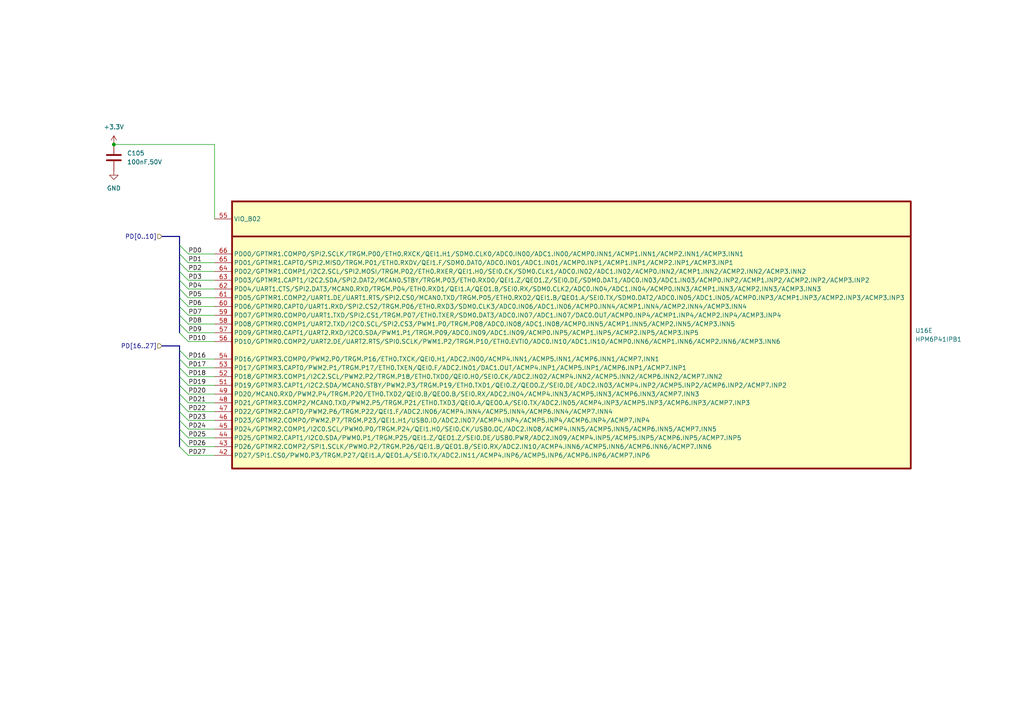
<source format=kicad_sch>
(kicad_sch (version 20250114) (generator "eeschema") (generator_version "9.0")
  (paper "A4")
  (title_block (title "HPM6P41_BuckBoost") (date "2025-05-05") (rev "4") (company "Author: Alipay"))
  (lib_symbols
    (symbol "Device:C" (pin_numbers (hide yes)) (pin_names (offset 0.254))
      (property "Reference" "C" (at 0.635 2.54 0))
      (property "Value" "C" (at 0.635 -2.54 0))
      (symbol "C_0_1"
        (polyline (pts (xy -2.032 0.762) (xy 2.032 0.762)) (stroke (width 0.508)))
        (polyline (pts (xy -2.032 -0.762) (xy 2.032 -0.762)) (stroke (width 0.508)))
      )
      (symbol "C_1_1"
        (pin passive line (at 0 3.81 270) (length 2.794) (name "~") (number "1"))
        (pin passive line (at 0 -3.81 90) (length 2.794) (name "~") (number "2"))
      )
    )
    (symbol "HPM6P00_Library:HPM6P41IPB1"
      (property "Reference" "U" (at 1.27 1.27 0))
      (property "Value" "HPM6P41IPB1" (at 10.16 1.27 0))
      (symbol "HPM6P41IPB1_1_1"
        (rectangle (start 0 0) (end 35.56 -66.04) (stroke (width 0.508)) (fill (type background)))
        (polyline (pts (xy 0 -41.275) (xy 35.56 -41.275)) (stroke (width 0.508)))
        (polyline (pts (xy 8.89 -6.35) (xy 14.605 -6.35) (xy 14.605 -10.16) (xy 13.97 -9.525) (xy 14.605 -10.16) (xy 15.24 -9.525)))
        (rectangle (start 10.16 -10.16) (end 17.78 -12.7))
        (polyline (pts (xy 15.24 -12.7) (xy 15.24 -17.78) (xy 9.525 -17.78) (xy 10.16 -17.145) (xy 9.525 -17.78) (xy 10.16 -18.415)))
        (text "DCDC_Domain" (at 10.16 -2.54 0) (effects (font (size 1.778 1.778))))
        (text "Analog_Domain" (at 11.43 -44.45 0) (effects (font (size 1.778 1.778))))
        (text "DCDC" (at 13.97 -11.43 0) (effects (font (size 1.27 1.27))))
        (pin power_in line (at -5.08 -6.35 0) (length 5.08) (name "DCDC_IN") (number "26"))
        (pin power_in line (at -5.08 -17.78 0) (length 5.08) (name "DCDC_LP") (number "27"))
        (pin power_in line (at -5.08 -24.13 0) (length 5.08) (name "DCDC_SNS") (number "31"))
        (pin power_in line (at -5.08 -31.75 0) (length 5.08) (name "DCDC_GND") (number "28"))
        (pin power_in line (at -5.08 -48.26 0) (length 5.08) (name "VANA") (number "41"))
        (pin power_in line (at -5.08 -57.15 0) (length 5.08) (name "VSSA") (number "39"))
        (pin power_out line (at 17.78 -71.12 90) (length 5.08) (name "PAD") (number "101"))
        (pin power_out line (at 40.64 -6.35 180) (length 5.08) (name "VDD_SOC") (number "5"))
        (pin power_out line (at 40.64 -10.16 180) (length 5.08) (name "VDD_SOC") (number "11"))
        (pin power_out line (at 40.64 -13.97 180) (length 5.08) (name "VDD_SOC") (number "50"))
        (pin power_out line (at 40.64 -17.78 180) (length 5.08) (name "VDD_SOC") (number "68"))
        (pin power_out line (at 40.64 -21.59 180) (length 5.08) (name "VDD_SOC") (number "72"))
        (pin power_out line (at 40.64 -25.4 180) (length 5.08) (name "VDD_SOC") (number "84"))
        (pin power_in line (at 40.64 -48.26 180) (length 5.08) (name "VREFH") (number "40"))
        (pin power_in line (at 40.64 -57.15 180) (length 5.08) (name "VREFL") (number "38"))
      )
      (symbol "HPM6P41IPB1_2_0"
        (polyline (pts (xy 7.62 -6.35) (xy 43.18 -6.35) (xy 42.164 -5.842) (xy 43.18 -6.35) (xy 42.164 -6.858)))
        (polyline (pts (xy 7.62 -11.43) (xy 43.18 -11.43) (xy 42.164 -10.922) (xy 43.18 -11.43) (xy 42.164 -11.938)))
        (polyline (pts (xy 50.8 -6.35) (xy 90.17 -6.35) (xy 89.154 -5.842) (xy 90.17 -6.35) (xy 89.154 -6.858)))
        (polyline (pts (xy 50.8 -11.43) (xy 91.44 -11.43) (xy 90.424 -10.922) (xy 91.44 -11.43) (xy 90.424 -11.938)))
      )
      (symbol "HPM6P41IPB1_2_1"
        (rectangle (start 0 0) (end 100.33 -33.02) (stroke (width 0.508)) (fill (type background)))
        (polyline (pts (xy 0 -16.51) (xy 100.33 -16.51)) (stroke (width 0.508)))
        (polyline (pts (xy 7.62 -6.35) (xy 7.62 -11.43)))
        (rectangle (start 44.45 -5.08) (end 49.53 -7.62))
        (rectangle (start 44.45 -10.16) (end 49.53 -12.7))
        (text "LDO" (at 46.99 -6.35 0) (effects (font (size 1.27 1.27))))
        (text "LDO" (at 46.99 -11.43 0) (effects (font (size 1.27 1.27))))
        (pin power_in line (at -5.08 -7.62 0) (length 5.08) (name "VPMC") (number "32"))
        (pin bidirectional line (at -5.08 -21.59 0) (length 5.08) (name "PY00/GPTMR3.COMP0/PWM2.P0/TRGM.P16/PGPIO.Y00/PURT.TXD/PTMR.COMP0") (number "33"))
        (pin bidirectional line (at -5.08 -24.13 0) (length 5.08) (name "PY01/GPTMR3.CAPT0/PWM2.P1/TRGM.P17/PGPIO.Y01/PURT.RXD/PTMR.COMP1") (number "34"))
        (pin bidirectional line (at -5.08 -26.67 0) (length 5.08) (name "PY02/GPTMR3.COMP1/I2C2.SCL/PWM2.P2/TRGM.P18/PGPIO.Y02/PURT.RTS/PTMR.COMP2") (number "35"))
        (pin bidirectional line (at -5.08 -29.21 0) (length 5.08) (name "PY03/GPTMR3.CAPT1/I2C2.SDA/MCAN0.STBY/PWM2.P3/TRGM.P19/PGPIO.Y03/PURT.CTS/PTMR.COMP3") (number "36"))
        (pin power_out line (at 105.41 -6.35 180) (length 5.08) (name "VPMCCAP") (number "37"))
        (pin power_out line (at 105.41 -11.43 180) (length 5.08) (name "OTPCAP") (number "17"))
      )
      (symbol "HPM6P41IPB1_3_1"
        (rectangle (start 0 0) (end 147.32 -67.31) (stroke (width 0.508)) (fill (type background)))
        (polyline (pts (xy 0 -10.16) (xy 147.32 -10.16)) (stroke (width 0.5)))
        (pin power_in line (at -5.08 -3.81 0) (length 5.08) (name "VIO_B00") (number "10"))
        (pin power_in line (at -5.08 -6.35 0) (length 5.08) (name "VIO_B00") (number "16"))
        (pin bidirectional line (at -5.08 -15.24 0) (length 5.08) (name "PA00/GPTMR1.COMP0/UART0.TXD/PWM0.P0/TRGM.P00/RDC0.PWM_N/QEO1.A/SEI1.TX/SYSCTL.CLK_OBS0/ETH0.EVTI0") (number "25"))
        (pin input line (at -5.08 -17.78 0) (length 5.08) (name "PA01/GPTMR1.CAPT0/UART0.RXD/PWM0.P1/TRGM.P01/RDC0.PWM_P/QEO1.B/SEI1.RX/SYSCTL.CLK_OBS1/ETH0.EVTO0") (number "24"))
        (pin bidirectional line (at -5.08 -20.32 0) (length 5.08) (name "PA02/GPTMR1.COMP1/UART0.DE/UART0.RTS/I2C2.SCL/PWM0.P2/TRGM.P02/QEI0.H1/QEO1.Z/SEI1.DE/SYSCTL.CLK_OBS2/ETH0.EVTI1") (number "23"))
        (pin bidirectional line (at -5.08 -22.86 0) (length 5.08) (name "PA03/GPTMR1.CAPT1/UART0.CTS/I2C2.SDA/SPI0.CS3/MCAN0.STBY/PWM0.P3/TRGM.P03/QEI0.F/SEI1.CK/SYSCTL.CLK_OBS3/ETH0.EVTO1") (number "22"))
        (pin bidirectional line (at -5.08 -25.4 0) (length 5.08) (name "PA04/UART1.CTS/SPI1.SCLK/MCAN0.RXD/PWM0.P4/TRGM.P04/QEI0.H0/SEI0.CK/JTAG.TDO") (number "15"))
        (pin bidirectional line (at -5.08 -27.94 0) (length 5.08) (name "PA05/GPTMR1.COMP2/UART1.DE/UART1.RTS/SPI1.CS0/MCAN0.TXD/PWM0.P5/TRGM.P05/ETH0.RXCK/QEI0.Z/QEO0.Z/SEI0.DE/JTAG.TDI") (number "14"))
        (pin bidirectional line (at -5.08 -30.48 0) (length 5.08) (name "PA06/GPTMR0.CAPT0/UART1.RXD/SPI1.MISO/PWM0.P6/TRGM.P06/ETH0.RXDV/QEI0.B/QEO0.B/SEI0.RX/JTAG.TCK") (number "13"))
        (pin bidirectional line (at -5.08 -33.02 0) (length 5.08) (name "PA07/GPTMR0.COMP0/UART1.TXD/SPI1.MOSI/PWM0.P7/TRGM.P07/ETH0.RXER/QEI0.A/QEO0.A/SEI0.TX/JTAG.TMS") (number "12"))
        (pin bidirectional line (at -5.08 -35.56 0) (length 5.08) (name "PA08/GPTMR0.COMP1/UART2.TXD/I2C0.SCL/SPI0.CS2/PWM1.P0/TRGM.P08/ETH0.RXD0/RDC0.PWM_N/QEO0.B/SEI1.TX/SDM0.CLK0/JTAG.TRST") (number "9"))
        (pin bidirectional line (at -5.08 -38.1 0) (length 5.08) (name "PA09/GPTMR0.CAPT1/UART2.RXD/I2C0.SDA/SPI0.CS1/XPI0.CA_DQS/PWM1.P1/TRGM.P09/ETH0.RXD1/RDC0.PWM_P/QEO0.A/SEI1.RX/SDM0.DAT0") (number "8"))
        (pin bidirectional line (at -5.08 -40.64 0) (length 5.08) (name "PA10/GPTMR0.COMP2/UART2.DE/UART2.RTS/SPI0.SCLK/XPI0.CA_CS0/PWM1.P2/TRGM.P10/ETH0.RXD2/QEI1.F/QEO0.Z/SEI1.DE/SDM0.CLK1/CPU0.NMI") (number "7"))
        (pin bidirectional line (at -5.08 -43.18 0) (length 5.08) (name "PA11/UART2.CTS/SPI0.CS0/XPI0.CA_CS1/PWM1.P3/TRGM.P11/ETH0.RXD3/QEI1.H1/SEI1.CK/SDM0.DAT1/CPU1.NMI") (number "6"))
        (pin bidirectional line (at -5.08 -45.72 0) (length 5.08) (name "PA12/UART3.CTS/I2C1.SDA/SPI0.MISO/PWM1.P4/TRGM.P12/ETH0.TXER/QEI1.H0/SEI0.CK/SDM0.CLK2") (number "4"))
        (pin bidirectional line (at -5.08 -48.26 0) (length 5.08) (name "PA13/GPTMR1.COMP3/UART3.DE/UART3.RTS/I2C1.SCL/SPI0.MOSI/MCAN1.STBY/PWM1.P5/TRGM.P13/QEI1.Z/QEO1.Z/SEI0.DE/SDM0.DAT2") (number "3"))
        (pin bidirectional line (at -5.08 -50.8 0) (length 5.08) (name "PA14/UART3.RXD/SPI0.DAT2/MCAN1.RXD/PWM1.P6/TRGM.P14/QEI1.B/QEO1.B/SEI0.RX/SDM0.CLK3/ETH0.EVTI0") (number "2"))
        (pin bidirectional line (at -5.08 -53.34 0) (length 5.08) (name "PA15/GPTMR0.COMP3/UART3.TXD/SPI0.DAT3/MCAN1.TXD/PWM1.P7/TRGM.P15/QEI1.A/QEO1.A/SEI0.TX/SDM0.DAT3/ETH0.EVTO0") (number "1"))
        (pin bidirectional line (at -5.08 -55.88 0) (length 5.08) (name "PA16/GPTMR3.COMP0/PWM2.P0/TRGM.P16/RDC0.PWM_N/QEO1.A/SEI1.TX") (number "21"))
        (pin bidirectional line (at -5.08 -58.42 0) (length 5.08) (name "PA17/GPTMR3.CAPT0/PWM2.P1/TRGM.P17/RDC0.PWM_P/QEO1.B/SEI1.RX") (number "20"))
        (pin bidirectional line (at -5.08 -60.96 0) (length 5.08) (name "PA18/GPTMR3.COMP1/I2C2.SCL/PWM2.P2/TRGM.P18/ETH0.MDC/QEI0.H1/QEO1.Z/SEI1.DE") (number "19"))
        (pin bidirectional line (at -5.08 -63.5 0) (length 5.08) (name "PA19/GPTMR3.CAPT1/I2C2.SDA/MCAN0.STBY/PWM2.P3/TRGM.P19/ETH0.MDIO/QEI0.F/SEI1.CK") (number "18"))
      )
      (symbol "HPM6P41IPB1_4_1"
        (rectangle (start 0 0) (end 185.42 -92.71) (stroke (width 0.508)) (fill (type background)))
        (polyline (pts (xy 0 -12.7) (xy 185.42 -12.7)) (stroke (width 0.5)))
        (polyline (pts (xy 0 -60.96) (xy 185.42 -60.96)) (stroke (width 0.3) (type dash)))
        (pin power_in line (at -5.08 -5.08 0) (length 5.08) (name "VIO_B01") (number "79"))
        (pin power_in line (at -5.08 -7.62 0) (length 5.08) (name "VIO_B01") (number "94"))
        (pin bidirectional line (at -5.08 -19.05 0) (length 5.08) (name "PB00/GPTMR2.COMP0/XPI0.CA_SCLK/PWM0.P0/TRGM.P31/ETH0.TXCK/RDC0.PWM_N/QEO1.A/SEI1.TX/XPI_SLV.ADQ3") (number "100"))
        (pin bidirectional line (at -5.08 -21.59 0) (length 5.08) (name "PB01/GPTMR2.CAPT0/XPI0.CA_D0/PWM0.P1/TRGM.P30/ETH0.TXEN/RDC0.PWM_P/QEO1.B/SEI1.RX/XPI_SLV.ADQ2") (number "99"))
        (pin bidirectional line (at -5.08 -24.13 0) (length 5.08) (name "PB02/GPTMR2.COMP1/I2C2.SCL/XPI0.CA_D1/PWM0.P2/TRGM.P29/ETH0.TXD0/QEI0.H1/QEO1.Z/SEI1.DE/SDM0.CLK0/XPI_SLV.ADQ1") (number "98"))
        (pin bidirectional line (at -5.08 -26.67 0) (length 5.08) (name "PB03/GPTMR2.CAPT1/I2C2.SDA/SPI0.CS3/MCAN0.STBY/XPI0.CA_D2/PWM0.P3/TRGM.P28/ETH0.TXD1/QEI0.F/SEI1.CK/SDM0.DAT0/XPI_SLV.ADQ0") (number "97"))
        (pin bidirectional line (at -5.08 -29.21 0) (length 5.08) (name "PB04/UART1.CTS/SPI0.SCLK/MCAN0.RXD/XPI0.CA_D3/PWM0.P4/TRGM.P27/ETH0.TXD2/QEI0.H0/SEI0.CK/SDM0.CLK1/CPU0.NMI/XPI_SLV.CLK") (number "96"))
        (pin bidirectional line (at -5.08 -31.75 0) (length 5.08) (name "PB05/GPTMR2.COMP2/UART1.DE/UART1.RTS/SPI1.CS0/MCAN0.TXD/PWM0.P5/TRGM.P26/ETH0.TXD3/QEI0.Z/QEO0.Z/SEI0.DE/SDM0.DAT1/CPU1.NMI/XPI_SLV.CSN") (number "95"))
        (pin bidirectional line (at -5.08 -35.56 0) (length 5.08) (name "PB12/UART3.CTS/I2C1.SDA/SPI0.MISO/XPI0.CB_DQS/PWM1.P4/TRGM.P19/ETH0.MDC/QEI1.H0/SEI0.CK/SDM0.CLK2/EWDG0.RST/XPI_SLV.ERR") (number "93"))
        (pin bidirectional line (at -5.08 -38.1 0) (length 5.08) (name "PB13/GPTMR2.COMP3/UART3.DE/UART3.RTS/I2C1.SCL/SPI0.MOSI/MCAN1.STBY/XPI0.CB_CS0/PWM1.P5/TRGM.P18/ETH0.MDIO/QEI1.Z/QEO1.Z/SEI0.DE/SDM0.DAT2/EWDG1.RST/XPI_SLV.RDY") (number "92"))
        (pin bidirectional line (at -5.08 -40.64 0) (length 5.08) (name "PB14/UART3.RXD/SPI0.DAT2/MCAN1.RXD/XPI0.CB_CS1/PWM1.P6/TRGM.P17/QEI1.B/QEO1.B/SEI0.RX/SDM0.CLK3/SOC.REF0/ETH0.EVTO2/XPI_SLV.DQS") (number "91"))
        (pin bidirectional line (at -5.08 -43.18 0) (length 5.08) (name "PB15/GPTMR0.COMP3/UART3.TXD/SPI0.DAT3/MCAN1.TXD/XPI0.CB_SCLK/PWM1.P7/TRGM.P16/QEI1.A/QEO1.A/SEI0.TX/SDM0.DAT3/SOC.REF1/ETH0.EVTO3") (number "90"))
        (pin bidirectional line (at -5.08 -45.72 0) (length 5.08) (name "PB16/GPTMR3.COMP0/XPI0.CB_D0/PWM2.P0/TRGM.P15/RDC0.PWM_N/QEO1.A/SEI1.TX/SYSCTL.CLK_OBS0/ETH0.EVTI1") (number "89"))
        (pin bidirectional line (at -5.08 -48.26 0) (length 5.08) (name "PB17/GPTMR3.CAPT0/XPI0.CB_D1/PWM2.P1/TRGM.P14/RDC0.PWM_P/QEO1.B/SEI1.RX/SYSCTL.CLK_OBS1/ETH0.EVTO1") (number "88"))
        (pin bidirectional line (at -5.08 -50.8 0) (length 5.08) (name "PB18/GPTMR3.COMP1/I2C2.SCL/XPI0.CB_D2/PWM2.P2/TRGM.P13/QEI0.H1/QEO1.Z/SEI1.DE/SYSCTL.CLK_OBS2/ETH0.EVTO2") (number "87"))
        (pin bidirectional line (at -5.08 -53.34 0) (length 5.08) (name "PB19/GPTMR3.CAPT1/I2C2.SDA/SPI2.CS3/MCAN0.STBY/XPI0.CB_D3/PWM2.P3/TRGM.P12/QEI0.F/SEI1.CK/SYSCTL.CLK_OBS3/ETH0.EVTO3") (number "86"))
        (pin bidirectional line (at -5.08 -55.88 0) (length 5.08) (name "PB20/UART0.CTS/MCAN0.RXD/PWM2.P4/TRGM.P11/QEI0.H0/SEI0.CK") (number "85"))
        (pin bidirectional line (at -5.08 -66.04 0) (length 5.08) (name "PC12/I2C1.SDA/SPI1.MISO/PWM1.P4/TRGM.P12/QEI1.H0/SEI0.CK") (number "83"))
        (pin bidirectional line (at -5.08 -68.58 0) (length 5.08) (name "PC13/GPTMR1.COMP3/I2C1.SCL/SPI1.MOSI/MCAN1.STBY/PWM1.P5/TRGM.P13/QEI1.Z/QEO1.Z/SEI0.DE/USB0.ID") (number "82"))
        (pin bidirectional line (at -5.08 -71.12 0) (length 5.08) (name "PC14/SPI1.DAT2/MCAN1.RXD/PWM1.P6/TRGM.P14/ETH0.MDC/QEI1.B/QEO1.B/SEI0.RX/USB0.OC") (number "81"))
        (pin bidirectional line (at -5.08 -73.66 0) (length 5.08) (name "PC15/GPTMR0.COMP3/SPI1.DAT3/MCAN1.TXD/PWM1.P7/TRGM.P15/ETH0.MDIO/QEI1.A/QEO1.A/SEI0.TX/USB0.PWR") (number "80"))
        (pin bidirectional line (at -5.08 -76.2 0) (length 5.08) (name "PC16/GPTMR3.COMP0/PWM2.P0/TRGM.P16/ETH0.CRS/QEI0.H1/CPU0.NMI") (number "78"))
        (pin bidirectional line (at -5.08 -78.74 0) (length 5.08) (name "PC17/GPTMR3.CAPT0/PWM2.P1/TRGM.P17/ETH0.COL/QEI0.F/CPU1.NMI") (number "77"))
        (pin bidirectional line (at -5.08 -81.28 0) (length 5.08) (name "PC18/GPTMR3.COMP1/I2C2.SCL/PWM2.P2/TRGM.P18/QEI0.H0/SEI0.CK") (number "76"))
        (pin bidirectional line (at -5.08 -83.82 0) (length 5.08) (name "PC19/GPTMR3.CAPT1/I2C2.SDA/MCAN0.STBY/PWM2.P3/TRGM.P19/QEI0.Z/QEO0.Z/SEI0.DE") (number "75"))
        (pin bidirectional line (at -5.08 -86.36 0) (length 5.08) (name "PC20/SPI2.SCLK/MCAN0.RXD/PWM2.P4/TRGM.P20/QEI0.B/QEO0.B/SEI0.RX") (number "74"))
        (pin bidirectional line (at -5.08 -88.9 0) (length 5.08) (name "PC21/GPTMR3.COMP2/SPI2.CS0/MCAN0.TXD/PWM2.P5/TRGM.P21/QEI0.A/QEO0.A/SEI0.TX") (number "73"))
      )
      (symbol "HPM6P41IPB1_5_1"
        (rectangle (start 0 0) (end 196.85 -77.47) (stroke (width 0.508)) (fill (type background)))
        (polyline (pts (xy 0 -10.16) (xy 196.85 -10.16)) (stroke (width 0.5)))
        (pin power_in line (at -5.08 -5.08 0) (length 5.08) (name "VIO_B02") (number "55"))
        (pin bidirectional line (at -5.08 -15.24 0) (length 5.08) (name "PD00/GPTMR1.COMP0/SPI2.SCLK/TRGM.P00/ETH0.RXCK/QEI1.H1/SDM0.CLK0/ADC0.IN00/ADC1.IN00/ACMP0.INN1/ACMP1.INN1/ACMP2.INN1/ACMP3.INN1") (number "66"))
        (pin bidirectional line (at -5.08 -17.78 0) (length 5.08) (name "PD01/GPTMR1.CAPT0/SPI2.MISO/TRGM.P01/ETH0.RXDV/QEI1.F/SDM0.DAT0/ADC0.IN01/ADC1.IN01/ACMP0.INP1/ACMP1.INP1/ACMP2.INP1/ACMP3.INP1") (number "65"))
        (pin bidirectional line (at -5.08 -20.32 0) (length 5.08) (name "PD02/GPTMR1.COMP1/I2C2.SCL/SPI2.MOSI/TRGM.P02/ETH0.RXER/QEI1.H0/SEI0.CK/SDM0.CLK1/ADC0.IN02/ADC1.IN02/ACMP0.INN2/ACMP1.INN2/ACMP2.INN2/ACMP3.INN2") (number "64"))
        (pin bidirectional line (at -5.08 -22.86 0) (length 5.08) (name "PD03/GPTMR1.CAPT1/I2C2.SDA/SPI2.DAT2/MCAN0.STBY/TRGM.P03/ETH0.RXD0/QEI1.Z/QEO1.Z/SEI0.DE/SDM0.DAT1/ADC0.IN03/ADC1.IN03/ACMP0.INP2/ACMP1.INP2/ACMP2.INP2/ACMP3.INP2") (number "63"))
        (pin bidirectional line (at -5.08 -25.4 0) (length 5.08) (name "PD04/UART1.CTS/SPI2.DAT3/MCAN0.RXD/TRGM.P04/ETH0.RXD1/QEI1.A/QEO1.B/SEI0.RX/SDM0.CLK2/ADC0.IN04/ADC1.IN04/ACMP0.INN3/ACMP1.INN3/ACMP2.INN3/ACMP3.INN3") (number "62"))
        (pin bidirectional line (at -5.08 -27.94 0) (length 5.08) (name "PD05/GPTMR1.COMP2/UART1.DE/UART1.RTS/SPI2.CS0/MCAN0.TXD/TRGM.P05/ETH0.RXD2/QEI1.B/QEO1.A/SEI0.TX/SDM0.DAT2/ADC0.IN05/ADC1.IN05/ACMP0.INP3/ACMP1.INP3/ACMP2.INP3/ACMP3.INP3") (number "61"))
        (pin bidirectional line (at -5.08 -30.48 0) (length 5.08) (name "PD06/GPTMR0.CAPT0/UART1.RXD/SPI2.CS2/TRGM.P06/ETH0.RXD3/SDM0.CLK3/ADC0.IN06/ADC1.IN06/ACMP0.INN4/ACMP1.INN4/ACMP2.INN4/ACMP3.INN4") (number "60"))
        (pin bidirectional line (at -5.08 -33.02 0) (length 5.08) (name "PD07/GPTMR0.COMP0/UART1.TXD/SPI2.CS1/TRGM.P07/ETH0.TXER/SDM0.DAT3/ADC0.IN07/ADC1.IN07/DAC0.OUT/ACMP0.INP4/ACMP1.INP4/ACMP2.INP4/ACMP3.INP4") (number "59"))
        (pin bidirectional line (at -5.08 -35.56 0) (length 5.08) (name "PD08/GPTMR0.COMP1/UART2.TXD/I2C0.SCL/SPI2.CS3/PWM1.P0/TRGM.P08/ADC0.IN08/ADC1.IN08/ACMP0.INN5/ACMP1.INN5/ACMP2.INN5/ACMP3.INN5") (number "58"))
        (pin bidirectional line (at -5.08 -38.1 0) (length 5.08) (name "PD09/GPTMR0.CAPT1/UART2.RXD/I2C0.SDA/PWM1.P1/TRGM.P09/ADC0.IN09/ADC1.IN09/ACMP0.INP5/ACMP1.INP5/ACMP2.INP5/ACMP3.INP5") (number "57"))
        (pin bidirectional line (at -5.08 -40.64 0) (length 5.08) (name "PD10/GPTMR0.COMP2/UART2.DE/UART2.RTS/SPI0.SCLK/PWM1.P2/TRGM.P10/ETH0.EVTI0/ADC0.IN10/ADC1.IN10/ACMP0.INN6/ACMP1.INN6/ACMP2.INN6/ACMP3.INN6") (number "56"))
        (pin bidirectional line (at -5.08 -45.72 0) (length 5.08) (name "PD16/GPTMR3.COMP0/PWM2.P0/TRGM.P16/ETH0.TXCK/QEI0.H1/ADC2.IN00/ACMP4.INN1/ACMP5.INN1/ACMP6.INN1/ACMP7.INN1") (number "54"))
        (pin bidirectional line (at -5.08 -48.26 0) (length 5.08) (name "PD17/GPTMR3.CAPT0/PWM2.P1/TRGM.P17/ETH0.TXEN/QEI0.F/ADC2.IN01/DAC1.OUT/ACMP4.INP1/ACMP5.INP1/ACMP6.INP1/ACMP7.INP1") (number "53"))
        (pin bidirectional line (at -5.08 -50.8 0) (length 5.08) (name "PD18/GPTMR3.COMP1/I2C2.SCL/PWM2.P2/TRGM.P18/ETH0.TXD0/QEI0.H0/SEI0.CK/ADC2.IN02/ACMP4.INN2/ACMP5.INN2/ACMP6.INN2/ACMP7.INN2") (number "52"))
        (pin bidirectional line (at -5.08 -53.34 0) (length 5.08) (name "PD19/GPTMR3.CAPT1/I2C2.SDA/MCAN0.STBY/PWM2.P3/TRGM.P19/ETH0.TXD1/QEI0.Z/QEO0.Z/SEI0.DE/ADC2.IN03/ACMP4.INP2/ACMP5.INP2/ACMP6.INP2/ACMP7.INP2") (number "51"))
        (pin bidirectional line (at -5.08 -55.88 0) (length 5.08) (name "PD20/MCAN0.RXD/PWM2.P4/TRGM.P20/ETH0.TXD2/QEI0.B/QEO0.B/SEI0.RX/ADC2.IN04/ACMP4.INN3/ACMP5.INN3/ACMP6.INN3/ACMP7.INN3") (number "49"))
        (pin bidirectional line (at -5.08 -58.42 0) (length 5.08) (name "PD21/GPTMR3.COMP2/MCAN0.TXD/PWM2.P5/TRGM.P21/ETH0.TXD3/QEI0.A/QEO0.A/SEI0.TX/ADC2.IN05/ACMP4.INP3/ACMP5.INP3/ACMP6.INP3/ACMP7.INP3") (number "48"))
        (pin bidirectional line (at -5.08 -60.96 0) (length 5.08) (name "PD22/GPTMR2.CAPT0/PWM2.P6/TRGM.P22/QEI1.F/ADC2.IN06/ACMP4.INN4/ACMP5.INN4/ACMP6.INN4/ACMP7.INN4") (number "47"))
        (pin bidirectional line (at -5.08 -63.5 0) (length 5.08) (name "PD23/GPTMR2.COMP0/PWM2.P7/TRGM.P23/QEI1.H1/USB0.ID/ADC2.IN07/ACMP4.INP4/ACMP5.INP4/ACMP6.INP4/ACMP7.INP4") (number "46"))
        (pin bidirectional line (at -5.08 -66.04 0) (length 5.08) (name "PD24/GPTMR2.COMP1/I2C0.SCL/PWM0.P0/TRGM.P24/QEI1.H0/SEI0.CK/USB0.OC/ADC2.IN08/ACMP4.INN5/ACMP5.INN5/ACMP6.INN5/ACMP7.INN5") (number "45"))
        (pin bidirectional line (at -5.08 -68.58 0) (length 5.08) (name "PD25/GPTMR2.CAPT1/I2C0.SDA/PWM0.P1/TRGM.P25/QEI1.Z/QEO1.Z/SEI0.DE/USB0.PWR/ADC2.IN09/ACMP4.INP5/ACMP5.INP5/ACMP6.INP5/ACMP7.INP5") (number "44"))
        (pin bidirectional line (at -5.08 -71.12 0) (length 5.08) (name "PD26/GPTMR2.COMP2/SPI1.SCLK/PWM0.P2/TRGM.P26/QEI1.B/QEO1.B/SEI0.RX/ADC2.IN10/ACMP4.INN6/ACMP5.INN6/ACMP6.INN6/ACMP7.INN6") (number "43"))
        (pin bidirectional line (at -5.08 -73.66 0) (length 5.08) (name "PD27/SPI1.CS0/PWM0.P3/TRGM.P27/QEI1.A/QEO1.A/SEI0.TX/ADC2.IN11/ACMP4.INP6/ACMP5.INP6/ACMP6.INP6/ACMP7.INP6") (number "42"))
      )
      (symbol "HPM6P41IPB1_6_1"
        (rectangle (start 0 0) (end 35.56 -33.02) (stroke (width 0.508)) (fill (type background)))
        (polyline (pts (xy 0 -16.51) (xy 35.56 -16.51)) (stroke (width 0.5)))
        (pin input line (at -5.08 -5.08 0) (length 5.08) (name "XTALI") (number "71"))
        (pin output line (at -5.08 -11.43 0) (length 5.08) (name "XTALO") (number "70"))
        (pin power_in line (at -5.08 -21.59 0) (length 5.08) (name "VBUS") (number "69"))
        (pin power_in line (at -5.08 -26.67 0) (length 5.08) (name "VPLLVUSB") (number "67"))
        (pin input line (at 40.64 -5.08 180) (length 5.08) (name "RESET") (number "29"))
        (pin input line (at 40.64 -11.43 180) (length 5.08) (name "WAKEUP") (number "30"))
      )
    )
    (symbol "power:+3.3V" (power) (pin_numbers (hide yes)) (pin_names (offset 0) (hide yes))
      (property "Value" "+3.3V" (at 0 3.556 0))
      (symbol "+3.3V_0_1"
        (polyline (pts (xy -0.762 1.27) (xy 0 2.54)))
        (polyline (pts (xy 0 2.54) (xy 0.762 1.27)))
        (polyline (pts (xy 0 0) (xy 0 2.54)))
      )
      (symbol "+3.3V_1_1"
        (pin power_in line (at 0 0 90) (length 0) (name "~") (number "1"))
      )
    )
    (symbol "power:GND" (power) (pin_numbers (hide yes)) (pin_names (offset 0) (hide yes))
      (property "Value" "GND" (at 0 -3.81 0))
      (symbol "GND_0_1"
        (polyline (pts (xy 0 0) (xy 0 -1.27) (xy 1.27 -1.27) (xy 0 -2.54) (xy -1.27 -1.27) (xy 0 -1.27)))
      )
      (symbol "GND_1_1"
        (pin power_in line (at 0 0 270) (length 0) (name "~") (number "1"))
      )
    )
  )
  (junction (at 33.02 41.91))
  (bus_entry (at 52.07 88.9) (size 2.54 2.54))
  (bus_entry (at 52.07 121.92) (size 2.54 2.54))
  (bus_entry (at 52.07 129.54) (size 2.54 2.54))
  (bus_entry (at 52.07 78.74) (size 2.54 2.54))
  (bus_entry (at 52.07 91.44) (size 2.54 2.54))
  (bus_entry (at 52.07 101.6) (size 2.54 2.54))
  (bus_entry (at 52.07 93.98) (size 2.54 2.54))
  (bus_entry (at 52.07 111.76) (size 2.54 2.54))
  (bus_entry (at 52.07 96.52) (size 2.54 2.54))
  (bus_entry (at 52.07 109.22) (size 2.54 2.54))
  (bus_entry (at 52.07 81.28) (size 2.54 2.54))
  (bus_entry (at 52.07 119.38) (size 2.54 2.54))
  (bus_entry (at 52.07 127) (size 2.54 2.54))
  (bus_entry (at 52.07 76.2) (size 2.54 2.54))
  (bus_entry (at 52.07 124.46) (size 2.54 2.54))
  (bus_entry (at 52.07 104.14) (size 2.54 2.54))
  (bus_entry (at 52.07 83.82) (size 2.54 2.54))
  (bus_entry (at 52.07 106.68) (size 2.54 2.54))
  (bus_entry (at 52.07 86.36) (size 2.54 2.54))
  (bus_entry (at 52.07 114.3) (size 2.54 2.54))
  (bus_entry (at 52.07 116.84) (size 2.54 2.54))
  (bus_entry (at 52.07 71.12) (size 2.54 2.54))
  (bus_entry (at 52.07 73.66) (size 2.54 2.54))
  (bus (pts (xy 52.07 121.92) (xy 52.07 124.46)))
  (wire (pts (xy 33.02 41.91) (xy 62.23 41.91)))
  (bus (pts (xy 52.07 76.2) (xy 52.07 78.74)))
  (bus (pts (xy 52.07 104.14) (xy 52.07 106.68)))
  (wire (pts (xy 62.23 41.91) (xy 62.23 63.5)))
  (wire (pts (xy 54.61 109.22) (xy 62.23 109.22)))
  (wire (pts (xy 54.61 129.54) (xy 62.23 129.54)))
  (bus (pts (xy 52.07 109.22) (xy 52.07 111.76)))
  (bus (pts (xy 52.07 114.3) (xy 52.07 116.84)))
  (wire (pts (xy 54.61 127) (xy 62.23 127)))
  (bus (pts (xy 52.07 106.68) (xy 52.07 109.22)))
  (bus (pts (xy 52.07 86.36) (xy 52.07 88.9)))
  (wire (pts (xy 54.61 91.44) (xy 62.23 91.44)))
  (bus (pts (xy 52.07 116.84) (xy 52.07 119.38)))
  (wire (pts (xy 54.61 99.06) (xy 62.23 99.06)))
  (wire (pts (xy 54.61 81.28) (xy 62.23 81.28)))
  (bus (pts (xy 52.07 83.82) (xy 52.07 86.36)))
  (wire (pts (xy 54.61 119.38) (xy 62.23 119.38)))
  (wire (pts (xy 54.61 73.66) (xy 62.23 73.66)))
  (bus (pts (xy 52.07 101.6) (xy 52.07 104.14)))
  (wire (pts (xy 54.61 104.14) (xy 62.23 104.14)))
  (bus (pts (xy 52.07 73.66) (xy 52.07 76.2)))
  (wire (pts (xy 54.61 96.52) (xy 62.23 96.52)))
  (wire (pts (xy 54.61 88.9) (xy 62.23 88.9)))
  (bus (pts (xy 52.07 88.9) (xy 52.07 91.44)))
  (bus (pts (xy 52.07 71.12) (xy 52.07 73.66)))
  (bus (pts (xy 46.99 68.58) (xy 52.07 68.58)))
  (wire (pts (xy 54.61 106.68) (xy 62.23 106.68)))
  (bus (pts (xy 52.07 78.74) (xy 52.07 81.28)))
  (wire (pts (xy 54.61 83.82) (xy 62.23 83.82)))
  (wire (pts (xy 54.61 78.74) (xy 62.23 78.74)))
  (bus (pts (xy 52.07 100.33) (xy 52.07 101.6)))
  (bus (pts (xy 52.07 127) (xy 52.07 129.54)))
  (wire (pts (xy 54.61 132.08) (xy 62.23 132.08)))
  (wire (pts (xy 54.61 93.98) (xy 62.23 93.98)))
  (bus (pts (xy 52.07 124.46) (xy 52.07 127)))
  (bus (pts (xy 52.07 111.76) (xy 52.07 114.3)))
  (bus (pts (xy 46.99 100.33) (xy 52.07 100.33)))
  (wire (pts (xy 54.61 124.46) (xy 62.23 124.46)))
  (wire (pts (xy 54.61 121.92) (xy 62.23 121.92)))
  (bus (pts (xy 52.07 68.58) (xy 52.07 71.12)))
  (bus (pts (xy 52.07 81.28) (xy 52.07 83.82)))
  (wire (pts (xy 54.61 86.36) (xy 62.23 86.36)))
  (wire (pts (xy 54.61 76.2) (xy 62.23 76.2)))
  (bus (pts (xy 52.07 91.44) (xy 52.07 93.98)))
  (bus (pts (xy 52.07 93.98) (xy 52.07 96.52)))
  (wire (pts (xy 54.61 111.76) (xy 62.23 111.76)))
  (bus (pts (xy 52.07 119.38) (xy 52.07 121.92)))
  (wire (pts (xy 54.61 114.3) (xy 62.23 114.3)))
  (wire (pts (xy 54.61 116.84) (xy 62.23 116.84)))
  (label "PD9" (at 54.61 96.52 0))
  (label "PD23" (at 54.61 121.92 0))
  (label "PD3" (at 54.61 81.28 0))
  (label "PD8" (at 54.61 93.98 0))
  (label "PD24" (at 54.61 124.46 0))
  (label "PD25" (at 54.61 127 0))
  (label "PD16" (at 54.61 104.14 0))
  (label "PD4" (at 54.61 83.82 0))
  (label "PD1" (at 54.61 76.2 0))
  (label "PD21" (at 54.61 116.84 0))
  (label "PD2" (at 54.61 78.74 0))
  (label "PD17" (at 54.61 106.68 0))
  (label "PD5" (at 54.61 86.36 0))
  (label "PD20" (at 54.61 114.3 0))
  (label "PD10" (at 54.61 99.06 0))
  (label "PD7" (at 54.61 91.44 0))
  (label "PD22" (at 54.61 119.38 0))
  (label "PD0" (at 54.61 73.66 0))
  (label "PD19" (at 54.61 111.76 0))
  (label "PD6" (at 54.61 88.9 0))
  (label "PD18" (at 54.61 109.22 0))
  (label "PD27" (at 54.61 132.08 0))
  (label "PD26" (at 54.61 129.54 0))
  (hierarchical_label "PD[0..10]" (shape input) (at 46.99 68.58 180))
  (hierarchical_label "PD[16..27]" (shape input) (at 46.99 100.33 180))
  (symbol (lib_id "HPM6P00_Library:HPM6P41IPB1") (at 67.31 58.42 0) (unit 5)
    (property "Reference" "U16" (at 265.43 95.8849 0) (effects (justify left)))
    (property "Value" "HPM6P41IPB1" (at 265.43 98.4249 0) (effects (justify left)))
    (property "Footprint" "HPM_footprints:LQFP-100_14x14mm_P0.5mm_EP5.0x5.0mm" (effects (hide yes)))
    (property "Description" "eLQFP100" (effects (hide yes)))
  )
  (symbol (lib_id "power:+3.3V") (at 33.02 41.91 0) (unit 1)
    (property "Reference" "#PWR0196" (effects (hide yes)))
    (property "Value" "+3.3V" (at 33.02 36.83 0))
    (property "Description" "Power symbol creates a global label with name \"+3.3V\"" (effects (hide yes)))
  )
  (symbol (lib_id "power:GND") (at 33.02 49.53 0) (unit 1)
    (property "Reference" "#PWR0197" (effects (hide yes)))
    (property "Value" "GND" (at 33.02 54.61 0))
    (property "Description" "Power symbol creates a global label with name \"GND\" , ground" (effects (hide yes)))
  )
  (symbol (lib_id "Device:C") (at 33.02 45.72 0) (unit 1)
    (property "Reference" "C105" (at 36.83 44.4499 0) (effects (justify left)))
    (property "Value" "100nF,50V" (at 36.83 46.9899 0) (effects (justify left)))
    (property "Footprint" "Capacitor_SMD:C_0603_1608Metric" (effects (hide yes)))
    (property "Description" "Unpolarized capacitor" (effects (hide yes)))
  )
)
</source>
